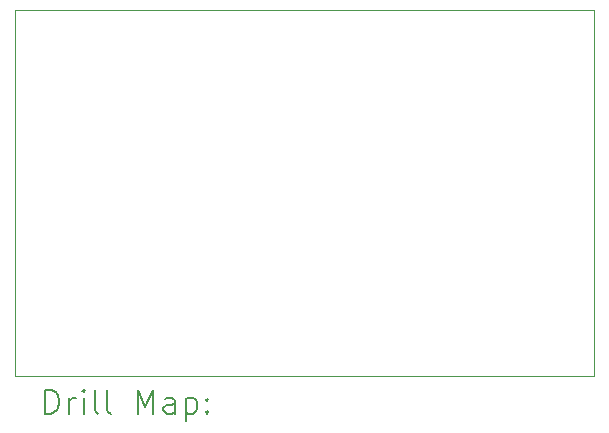
<source format=gbr>
%TF.GenerationSoftware,KiCad,Pcbnew,7.0.10*%
%TF.CreationDate,2025-02-21T18:11:26-05:00*%
%TF.ProjectId,sol pcb,736f6c20-7063-4622-9e6b-696361645f70,rev?*%
%TF.SameCoordinates,Original*%
%TF.FileFunction,Drillmap*%
%TF.FilePolarity,Positive*%
%FSLAX45Y45*%
G04 Gerber Fmt 4.5, Leading zero omitted, Abs format (unit mm)*
G04 Created by KiCad (PCBNEW 7.0.10) date 2025-02-21 18:11:26*
%MOMM*%
%LPD*%
G01*
G04 APERTURE LIST*
%ADD10C,0.100000*%
%ADD11C,0.200000*%
G04 APERTURE END LIST*
D10*
X12903200Y-4089400D02*
X17805400Y-4089400D01*
X17805400Y-7188200D01*
X12903200Y-7188200D01*
X12903200Y-4089400D01*
D11*
X13158977Y-7504684D02*
X13158977Y-7304684D01*
X13158977Y-7304684D02*
X13206596Y-7304684D01*
X13206596Y-7304684D02*
X13235167Y-7314208D01*
X13235167Y-7314208D02*
X13254215Y-7333255D01*
X13254215Y-7333255D02*
X13263739Y-7352303D01*
X13263739Y-7352303D02*
X13273262Y-7390398D01*
X13273262Y-7390398D02*
X13273262Y-7418969D01*
X13273262Y-7418969D02*
X13263739Y-7457065D01*
X13263739Y-7457065D02*
X13254215Y-7476112D01*
X13254215Y-7476112D02*
X13235167Y-7495160D01*
X13235167Y-7495160D02*
X13206596Y-7504684D01*
X13206596Y-7504684D02*
X13158977Y-7504684D01*
X13358977Y-7504684D02*
X13358977Y-7371350D01*
X13358977Y-7409446D02*
X13368501Y-7390398D01*
X13368501Y-7390398D02*
X13378024Y-7380874D01*
X13378024Y-7380874D02*
X13397072Y-7371350D01*
X13397072Y-7371350D02*
X13416120Y-7371350D01*
X13482786Y-7504684D02*
X13482786Y-7371350D01*
X13482786Y-7304684D02*
X13473262Y-7314208D01*
X13473262Y-7314208D02*
X13482786Y-7323731D01*
X13482786Y-7323731D02*
X13492310Y-7314208D01*
X13492310Y-7314208D02*
X13482786Y-7304684D01*
X13482786Y-7304684D02*
X13482786Y-7323731D01*
X13606596Y-7504684D02*
X13587548Y-7495160D01*
X13587548Y-7495160D02*
X13578024Y-7476112D01*
X13578024Y-7476112D02*
X13578024Y-7304684D01*
X13711358Y-7504684D02*
X13692310Y-7495160D01*
X13692310Y-7495160D02*
X13682786Y-7476112D01*
X13682786Y-7476112D02*
X13682786Y-7304684D01*
X13939929Y-7504684D02*
X13939929Y-7304684D01*
X13939929Y-7304684D02*
X14006596Y-7447541D01*
X14006596Y-7447541D02*
X14073262Y-7304684D01*
X14073262Y-7304684D02*
X14073262Y-7504684D01*
X14254215Y-7504684D02*
X14254215Y-7399922D01*
X14254215Y-7399922D02*
X14244691Y-7380874D01*
X14244691Y-7380874D02*
X14225643Y-7371350D01*
X14225643Y-7371350D02*
X14187548Y-7371350D01*
X14187548Y-7371350D02*
X14168501Y-7380874D01*
X14254215Y-7495160D02*
X14235167Y-7504684D01*
X14235167Y-7504684D02*
X14187548Y-7504684D01*
X14187548Y-7504684D02*
X14168501Y-7495160D01*
X14168501Y-7495160D02*
X14158977Y-7476112D01*
X14158977Y-7476112D02*
X14158977Y-7457065D01*
X14158977Y-7457065D02*
X14168501Y-7438017D01*
X14168501Y-7438017D02*
X14187548Y-7428493D01*
X14187548Y-7428493D02*
X14235167Y-7428493D01*
X14235167Y-7428493D02*
X14254215Y-7418969D01*
X14349453Y-7371350D02*
X14349453Y-7571350D01*
X14349453Y-7380874D02*
X14368501Y-7371350D01*
X14368501Y-7371350D02*
X14406596Y-7371350D01*
X14406596Y-7371350D02*
X14425643Y-7380874D01*
X14425643Y-7380874D02*
X14435167Y-7390398D01*
X14435167Y-7390398D02*
X14444691Y-7409446D01*
X14444691Y-7409446D02*
X14444691Y-7466588D01*
X14444691Y-7466588D02*
X14435167Y-7485636D01*
X14435167Y-7485636D02*
X14425643Y-7495160D01*
X14425643Y-7495160D02*
X14406596Y-7504684D01*
X14406596Y-7504684D02*
X14368501Y-7504684D01*
X14368501Y-7504684D02*
X14349453Y-7495160D01*
X14530405Y-7485636D02*
X14539929Y-7495160D01*
X14539929Y-7495160D02*
X14530405Y-7504684D01*
X14530405Y-7504684D02*
X14520882Y-7495160D01*
X14520882Y-7495160D02*
X14530405Y-7485636D01*
X14530405Y-7485636D02*
X14530405Y-7504684D01*
X14530405Y-7380874D02*
X14539929Y-7390398D01*
X14539929Y-7390398D02*
X14530405Y-7399922D01*
X14530405Y-7399922D02*
X14520882Y-7390398D01*
X14520882Y-7390398D02*
X14530405Y-7380874D01*
X14530405Y-7380874D02*
X14530405Y-7399922D01*
M02*

</source>
